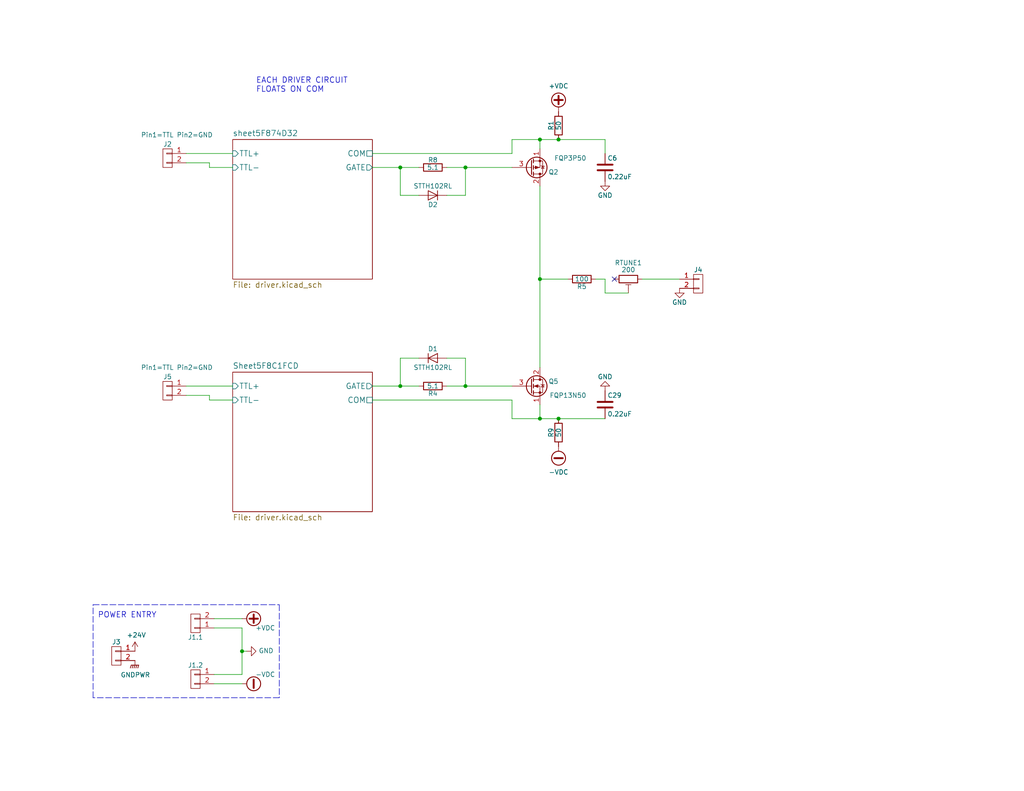
<source format=kicad_sch>
(kicad_sch (version 20211123) (generator eeschema)
  (paper "USLetter")
  (title_block (title "Pulse Generator, 500 V") (date "2022-05-18") (rev "C") (company "University of Wisconsin-Madison") (comment 1 "Department of Chemistry") (comment 2 "Garand Group") (comment 3 "Blaise Thompson") (comment 4 "Adapted from Nathan M. Hoffman"))
  (lib_symbols
    (symbol "HV-pulse-generator-rescue:C" (pin_numbers hide) (pin_names (offset 0.254))
      (property "Reference" "C" (at 0.635 2.54 0))
      (property "Value" "C" (at 0.635 -2.54 0))
      (symbol "C_0_1"
        (polyline (pts (xy -2.032 -0.762) (xy 2.032 -0.762)) (stroke (width 0.508)))
        (polyline (pts (xy -2.032 0.762) (xy 2.032 0.762)) (stroke (width 0.508)))
      )
      (symbol "C_1_1"
        (pin passive line (at 0 3.81 270) (length 2.794) (name "~") (number "1"))
        (pin passive line (at 0 -3.81 90) (length 2.794) (name "~") (number "2"))
      )
    )
    (symbol "HV-pulse-generator-rescue:CONN_01X02" (pin_names (offset 1.016) hide)
      (property "Reference" "P" (at 0 3.81 0))
      (property "Value" "CONN_01X02" (at 2.54 0 90))
      (symbol "CONN_01X02_0_1"
        (rectangle (start -1.27 -1.143) (end 0.254 -1.397))
        (rectangle (start -1.27 1.397) (end 0.254 1.143))
        (rectangle (start -1.27 2.54) (end 1.27 -2.54))
      )
      (symbol "CONN_01X02_1_1"
        (pin passive line (at -5.08 1.27 0) (length 3.81) (name "P1") (number "1"))
        (pin passive line (at -5.08 -1.27 0) (length 3.81) (name "P2") (number "2"))
      )
    )
    (symbol "HV-pulse-generator-rescue:D" (pin_numbers hide) (pin_names (offset 1.016) hide)
      (property "Reference" "D" (at 0 2.54 0))
      (property "Value" "D" (at 0 -2.54 0))
      (symbol "D_0_1"
        (polyline (pts (xy -1.27 1.27) (xy -1.27 -1.27)) (stroke (width 0.2032)))
        (polyline (pts (xy 1.27 0) (xy -1.27 0)))
        (polyline (pts (xy 1.27 1.27) (xy 1.27 -1.27) (xy -1.27 0) (xy 1.27 1.27)) (stroke (width 0.2032)))
      )
      (symbol "D_1_1"
        (pin passive line (at -3.81 0 0) (length 2.54) (name "K") (number "1"))
        (pin passive line (at 3.81 0 180) (length 2.54) (name "A") (number "2"))
      )
    )
    (symbol "HV-pulse-generator-rescue:POT_TRIM" (pin_numbers hide) (pin_names (offset 1.016) hide)
      (property "Reference" "RV" (at -4.445 0 90))
      (property "Value" "POT_TRIM" (at -2.54 0 90))
      (symbol "POT_TRIM_0_1"
        (polyline (pts (xy 1.524 0.762) (xy 1.524 -0.762)))
        (polyline (pts (xy 2.54 0) (xy 1.524 0)))
        (rectangle (start 1.016 2.54) (end -1.016 -2.54) (stroke (width 0.254)))
      )
      (symbol "POT_TRIM_1_1"
        (pin passive line (at 0 3.81 270) (length 1.27) (name "1") (number "1"))
        (pin passive line (at 3.81 0 180) (length 1.27) (name "2") (number "2"))
        (pin passive line (at 0 -3.81 90) (length 1.27) (name "3") (number "3"))
      )
    )
    (symbol "HV-pulse-generator-rescue:Q_NMOS_SDG" (pin_names (offset 0) hide)
      (property "Reference" "Q" (at 5.08 1.27 0))
      (property "Value" "Q_NMOS_SDG" (at 5.08 -1.27 0))
      (symbol "Q_NMOS_SDG_0_1"
        (polyline (pts (xy 0.0508 0) (xy 0.254 0)))
        (polyline (pts (xy 0.762 -1.778) (xy 2.54 -1.778)))
        (polyline (pts (xy 0.762 -1.27) (xy 0.762 -2.286)) (stroke (width 0.254)))
        (polyline (pts (xy 0.762 0) (xy 2.54 0)))
        (polyline (pts (xy 0.762 0.508) (xy 0.762 -0.508)) (stroke (width 0.254)))
        (polyline (pts (xy 0.762 1.778) (xy 2.54 1.778)))
        (polyline (pts (xy 0.762 2.286) (xy 0.762 1.27)) (stroke (width 0.254)))
        (polyline (pts (xy 2.54 -1.778) (xy 2.54 -2.54)))
        (polyline (pts (xy 2.54 -1.778) (xy 2.54 0)))
        (polyline (pts (xy 2.54 2.54) (xy 2.54 1.778)))
        (polyline (pts (xy 0.254 1.905) (xy 0.254 -1.905) (xy 0.254 -1.905)) (stroke (width 0.254)))
        (polyline (pts (xy 1.016 0) (xy 2.032 0.381) (xy 2.032 -0.381) (xy 1.016 0)) (fill (type outline)))
        (polyline (pts (xy 2.54 -1.778) (xy 3.302 -1.778) (xy 3.302 1.778) (xy 2.54 1.778)))
        (polyline (pts (xy 2.794 0.508) (xy 2.921 0.381) (xy 3.683 0.381) (xy 3.81 0.254)))
        (polyline (pts (xy 3.302 0.381) (xy 2.921 -0.254) (xy 3.683 -0.254) (xy 3.302 0.381)))
        (circle (center 1.651 0) (radius 2.8194) (stroke (width 0.254)))
        (circle (center 2.54 -1.778) (radius 0.2794) (fill (type outline)))
        (circle (center 2.54 1.778) (radius 0.2794) (fill (type outline)))
      )
      (symbol "Q_NMOS_SDG_1_1"
        (pin passive line (at 2.54 -5.08 90) (length 2.54) (name "S") (number "1"))
        (pin passive line (at 2.54 5.08 270) (length 2.54) (name "D") (number "2"))
        (pin input line (at -5.08 0 0) (length 5.08) (name "G") (number "3"))
      )
    )
    (symbol "HV-pulse-generator-rescue:Q_PMOS_SDG" (pin_names (offset 0) hide)
      (property "Reference" "Q" (at 5.08 1.27 0))
      (property "Value" "Q_PMOS_SDG" (at 5.08 -1.27 0))
      (symbol "Q_PMOS_SDG_0_1"
        (polyline (pts (xy 0.0508 0) (xy 0.254 0)))
        (polyline (pts (xy 0.762 -1.778) (xy 2.54 -1.778)))
        (polyline (pts (xy 0.762 -1.27) (xy 0.762 -2.286)) (stroke (width 0.254)))
        (polyline (pts (xy 0.762 0) (xy 2.54 0)))
        (polyline (pts (xy 0.762 0.508) (xy 0.762 -0.508)) (stroke (width 0.254)))
        (polyline (pts (xy 0.762 1.778) (xy 2.54 1.778)))
        (polyline (pts (xy 0.762 2.286) (xy 0.762 1.27)) (stroke (width 0.254)))
        (polyline (pts (xy 2.54 -1.778) (xy 2.54 -2.54)))
        (polyline (pts (xy 2.54 -1.778) (xy 2.54 0)))
        (polyline (pts (xy 2.54 2.54) (xy 2.54 1.778)))
        (polyline (pts (xy 0.254 1.905) (xy 0.254 -1.905) (xy 0.254 -1.905)) (stroke (width 0.254)))
        (polyline (pts (xy 2.286 0) (xy 1.27 -0.381) (xy 1.27 0.381) (xy 2.286 0)) (fill (type outline)))
        (polyline (pts (xy 2.54 -1.778) (xy 3.302 -1.778) (xy 3.302 1.778) (xy 2.54 1.778)))
        (polyline (pts (xy 2.794 -0.508) (xy 2.921 -0.381) (xy 3.683 -0.381) (xy 3.81 -0.254)))
        (polyline (pts (xy 3.302 -0.381) (xy 2.921 0.254) (xy 3.683 0.254) (xy 3.302 -0.381)))
        (circle (center 1.651 0) (radius 2.8194) (stroke (width 0.254)))
        (circle (center 2.54 -1.778) (radius 0.2794) (fill (type outline)))
        (circle (center 2.54 1.778) (radius 0.2794) (fill (type outline)))
      )
      (symbol "Q_PMOS_SDG_1_1"
        (pin passive line (at 2.54 -5.08 90) (length 2.54) (name "S") (number "1"))
        (pin passive line (at 2.54 5.08 270) (length 2.54) (name "D") (number "2"))
        (pin input line (at -5.08 0 0) (length 5.08) (name "G") (number "3"))
      )
    )
    (symbol "HV-pulse-generator-rescue:R" (pin_numbers hide) (pin_names (offset 0))
      (property "Reference" "R" (at 2.032 0 90))
      (property "Value" "R" (at 0 0 90))
      (symbol "R_0_1"
        (rectangle (start -1.016 -2.54) (end 1.016 2.54) (stroke (width 0.254)))
      )
      (symbol "R_1_1"
        (pin passive line (at 0 3.81 270) (length 1.27) (name "~") (number "1"))
        (pin passive line (at 0 -3.81 90) (length 1.27) (name "~") (number "2"))
      )
    )
    (symbol "power:+24V" (power) (pin_names (offset 0))
      (property "Value" "+24V" (at 0 3.556 0))
      (symbol "+24V_0_1"
        (polyline (pts (xy -0.762 1.27) (xy 0 2.54)))
        (polyline (pts (xy 0 0) (xy 0 2.54)))
        (polyline (pts (xy 0 2.54) (xy 0.762 1.27)))
      )
      (symbol "+24V_1_1"
        (pin power_in line (at 0 0 90) (length 0) hide (name "+24V") (number "1"))
      )
    )
    (symbol "power:+VDC" (power) (pin_names (offset 0))
      (property "Value" "+VDC" (at 0 6.35 0))
      (symbol "+VDC_0_1"
        (polyline (pts (xy -1.143 3.175) (xy 1.143 3.175)) (stroke (width 0.508)))
        (polyline (pts (xy 0 0) (xy 0 1.27)))
        (polyline (pts (xy 0 2.032) (xy 0 4.318)) (stroke (width 0.508)))
        (circle (center 0 3.175) (radius 1.905) (stroke (width 0.254)))
      )
      (symbol "+VDC_1_1"
        (pin power_in line (at 0 0 90) (length 0) hide (name "+VDC") (number "1"))
      )
    )
    (symbol "power:-VDC" (power) (pin_names (offset 0))
      (property "Value" "-VDC" (at 0 6.35 0))
      (symbol "-VDC_0_1"
        (polyline (pts (xy -1.143 3.175) (xy 1.143 3.175)) (stroke (width 0.508)))
        (polyline (pts (xy 0 0) (xy 0 1.27)))
        (circle (center 0 3.175) (radius 1.905) (stroke (width 0.254)))
      )
      (symbol "-VDC_1_1"
        (pin power_in line (at 0 0 90) (length 0) hide (name "-VDC") (number "1"))
      )
    )
    (symbol "power:GND" (power) (pin_names (offset 0))
      (property "Value" "GND" (at 0 -3.81 0))
      (symbol "GND_0_1"
        (polyline (pts (xy 0 0) (xy 0 -1.27) (xy 1.27 -1.27) (xy 0 -2.54) (xy -1.27 -1.27) (xy 0 -1.27)))
      )
      (symbol "GND_1_1"
        (pin power_in line (at 0 0 270) (length 0) hide (name "GND") (number "1"))
      )
    )
    (symbol "power:GNDPWR" (power) (pin_names (offset 0))
      (property "Value" "GNDPWR" (at 0 -3.302 0))
      (symbol "GNDPWR_0_1"
        (polyline (pts (xy 0 -1.27) (xy 0 0)))
        (polyline (pts (xy -1.016 -1.27) (xy -1.27 -2.032) (xy -1.27 -2.032)) (stroke (width 0.2032)))
        (polyline (pts (xy -0.508 -1.27) (xy -0.762 -2.032) (xy -0.762 -2.032)) (stroke (width 0.2032)))
        (polyline (pts (xy 0 -1.27) (xy -0.254 -2.032) (xy -0.254 -2.032)) (stroke (width 0.2032)))
        (polyline (pts (xy 0.508 -1.27) (xy 0.254 -2.032) (xy 0.254 -2.032)) (stroke (width 0.2032)))
        (polyline (pts (xy 1.016 -1.27) (xy -1.016 -1.27) (xy -1.016 -1.27)) (stroke (width 0.2032)))
        (polyline (pts (xy 1.016 -1.27) (xy 0.762 -2.032) (xy 0.762 -2.032) (xy 0.762 -2.032)) (stroke (width 0.2032)))
      )
      (symbol "GNDPWR_1_1"
        (pin power_in line (at 0 0 270) (length 0) hide (name "GNDPWR") (number "1"))
      )
    )
  )
  (junction (at 109.22 105.41))
  (junction (at 147.32 38.1))
  (junction (at 152.4 114.3))
  (junction (at 127 105.41))
  (junction (at 127 45.72))
  (junction (at 147.32 114.3))
  (junction (at 152.4 38.1))
  (junction (at 66.04 177.8))
  (junction (at 109.22 45.72))
  (junction (at 147.32 76.2))
  (no_connect (at 167.64 76.2))
  (wire (pts (xy 67.31 177.8) (xy 66.04 177.8)))
  (wire (pts (xy 109.22 97.79) (xy 109.22 105.41)))
  (wire (pts (xy 50.8 41.91) (xy 63.5 41.91)))
  (polyline (pts (xy 25.4 190.5) (xy 25.4 165.1)))
  (wire (pts (xy 50.8 107.95) (xy 57.15 107.95)))
  (wire (pts (xy 127 105.41) (xy 127 97.79)))
  (wire (pts (xy 147.32 110.49) (xy 147.32 114.3)))
  (wire (pts (xy 152.4 114.3) (xy 165.1 114.3)))
  (polyline (pts (xy 25.4 165.1) (xy 76.2 165.1)))
  (wire (pts (xy 57.15 44.45) (xy 57.15 45.72)))
  (wire (pts (xy 147.32 76.2) (xy 147.32 50.8)))
  (wire (pts (xy 57.15 109.22) (xy 63.5 109.22)))
  (polyline (pts (xy 76.2 190.5) (xy 25.4 190.5)))
  (wire (pts (xy 127 97.79) (xy 121.92 97.79)))
  (wire (pts (xy 109.22 105.41) (xy 114.3 105.41)))
  (wire (pts (xy 139.7 109.22) (xy 101.6 109.22)))
  (wire (pts (xy 114.3 97.79) (xy 109.22 97.79)))
  (wire (pts (xy 147.32 40.64) (xy 147.32 38.1)))
  (wire (pts (xy 147.32 100.33) (xy 147.32 76.2)))
  (wire (pts (xy 127 45.72) (xy 127 53.34)))
  (wire (pts (xy 66.04 186.69) (xy 58.42 186.69)))
  (wire (pts (xy 57.15 107.95) (xy 57.15 109.22)))
  (wire (pts (xy 139.7 41.91) (xy 139.7 38.1)))
  (wire (pts (xy 66.04 184.15) (xy 66.04 177.8)))
  (wire (pts (xy 147.32 114.3) (xy 152.4 114.3)))
  (wire (pts (xy 121.92 45.72) (xy 127 45.72)))
  (polyline (pts (xy 76.2 165.1) (xy 76.2 190.5)))
  (wire (pts (xy 50.8 44.45) (xy 57.15 44.45)))
  (wire (pts (xy 109.22 53.34) (xy 109.22 45.72)))
  (wire (pts (xy 101.6 41.91) (xy 139.7 41.91)))
  (wire (pts (xy 66.04 171.45) (xy 58.42 171.45)))
  (wire (pts (xy 165.1 38.1) (xy 165.1 41.91)))
  (wire (pts (xy 101.6 105.41) (xy 109.22 105.41)))
  (wire (pts (xy 127 45.72) (xy 139.7 45.72)))
  (wire (pts (xy 139.7 109.22) (xy 139.7 114.3)))
  (wire (pts (xy 139.7 114.3) (xy 147.32 114.3)))
  (wire (pts (xy 175.26 76.2) (xy 185.42 76.2)))
  (wire (pts (xy 109.22 53.34) (xy 114.3 53.34)))
  (wire (pts (xy 58.42 184.15) (xy 66.04 184.15)))
  (wire (pts (xy 165.1 80.01) (xy 171.45 80.01)))
  (wire (pts (xy 147.32 38.1) (xy 152.4 38.1)))
  (wire (pts (xy 101.6 45.72) (xy 109.22 45.72)))
  (wire (pts (xy 139.7 38.1) (xy 147.32 38.1)))
  (wire (pts (xy 162.56 76.2) (xy 165.1 76.2)))
  (wire (pts (xy 57.15 45.72) (xy 63.5 45.72)))
  (wire (pts (xy 121.92 105.41) (xy 127 105.41)))
  (wire (pts (xy 152.4 38.1) (xy 165.1 38.1)))
  (wire (pts (xy 66.04 177.8) (xy 66.04 171.45)))
  (wire (pts (xy 127 105.41) (xy 139.7 105.41)))
  (wire (pts (xy 154.94 76.2) (xy 147.32 76.2)))
  (wire (pts (xy 66.04 168.91) (xy 58.42 168.91)))
  (wire (pts (xy 165.1 76.2) (xy 165.1 80.01)))
  (wire (pts (xy 121.92 53.34) (xy 127 53.34)))
  (wire (pts (xy 50.8 105.41) (xy 63.5 105.41)))
  (wire (pts (xy 109.22 45.72) (xy 114.3 45.72)))
  (text "POWER ENTRY" (at 26.67 168.91 0) (effects (font (size 1.524 1.524)) (justify left bottom)))
  (text "EACH DRIVER CIRCUIT\nFLOATS ON COM" (at 69.85 25.4 0) (effects (font (size 1.524 1.524)) (justify left bottom)))
  (symbol (lib_id "HV-pulse-generator-rescue:Q_PMOS_SDG") (at 144.78 45.72 0) (mirror x) (unit 1)
    (property "Reference" "Q2" (at 152.4 46.99 0) (effects (justify right)))
    (property "Value" "FQP3P50" (at 160.02 43.18 0) (effects (justify right)))
    (property "Footprint" "hvhf:FQP3P20" (effects hide))
  )
  (symbol (lib_id "HV-pulse-generator-rescue:Q_NMOS_SDG") (at 144.78 105.41 0) (unit 1)
    (property "Reference" "Q5" (at 152.4 104.14 0) (effects (justify right)))
    (property "Value" "FQP13N50" (at 160.02 107.95 0) (effects (justify right)))
    (property "Footprint" "hvhf:FQP4N20L" (effects hide))
  )
  (symbol (lib_id "HV-pulse-generator-rescue:CONN_01X02") (at 45.72 43.18 0) (mirror y) (unit 1)
    (property "Reference" "J2" (at 45.72 39.37 0))
    (property "Value" "Pin1=TTL Pin2=GND" (at 48.26 36.83 0))
    (property "Footprint" "Connector_PinHeader_2.54mm:PinHeader_1x02_P2.54mm_Vertical" (effects hide))
  )
  (symbol (lib_id "HV-pulse-generator-rescue:CONN_01X02") (at 31.75 179.07 0) (mirror y) (unit 1)
    (property "Reference" "J3" (at 31.75 175.26 0))
    (property "Value" "Pin1=24V Pin2=GND" (effects hide))
    (property "Footprint" "Connector_PinHeader_2.54mm:PinHeader_1x02_P2.54mm_Vertical" (effects hide))
  )
  (symbol (lib_id "HV-pulse-generator-rescue:CONN_01X02") (at 45.72 106.68 0) (mirror y) (unit 1)
    (property "Reference" "J5" (at 45.72 102.87 0))
    (property "Value" "Pin1=TTL Pin2=GND" (at 48.26 100.33 0))
    (property "Footprint" "Connector_PinHeader_2.54mm:PinHeader_1x02_P2.54mm_Vertical" (effects hide))
  )
  (symbol (lib_id "HV-pulse-generator-rescue:R") (at 158.75 76.2 270) (unit 1)
    (property "Reference" "R5" (at 158.75 78.232 90))
    (property "Value" "100" (at 158.75 76.2 90))
    (property "Footprint" "hvhf:Resistor_TO-220_Vertical" (effects hide))
  )
  (symbol (lib_id "HV-pulse-generator-rescue:C") (at 165.1 110.49 0) (unit 1)
    (property "Reference" "C29" (at 165.735 107.95 0) (effects (justify left)))
    (property "Value" "0.22uF" (at 165.735 113.03 0) (effects (justify left)))
    (property "Footprint" "hvhf:ECW-FA2J(10-68)4J" (effects hide))
  )
  (symbol (lib_id "HV-pulse-generator-rescue:C") (at 165.1 45.72 0) (unit 1)
    (property "Reference" "C6" (at 165.735 43.18 0) (effects (justify left)))
    (property "Value" "0.22uF" (at 165.735 48.26 0) (effects (justify left)))
    (property "Footprint" "hvhf:ECW-FA2J(10-68)4J" (effects hide))
  )
  (symbol (lib_id "HV-pulse-generator-rescue:R") (at 152.4 34.29 180) (unit 1)
    (property "Reference" "R1" (at 150.368 34.29 90))
    (property "Value" "50" (at 152.4 34.29 90))
    (property "Footprint" "hvhf:Resistor_TO-220_Vertical" (effects hide))
  )
  (symbol (lib_id "HV-pulse-generator-rescue:R") (at 152.4 118.11 180) (unit 1)
    (property "Reference" "R9" (at 150.368 118.11 90))
    (property "Value" "50" (at 152.4 118.11 90))
    (property "Footprint" "hvhf:Resistor_TO-220_Vertical" (effects hide))
  )
  (symbol (lib_id "HV-pulse-generator-rescue:CONN_01X02") (at 190.5 77.47 0) (unit 1)
    (property "Reference" "J4" (at 190.5 73.66 0))
    (property "Value" "CONN_01X02" (effects hide))
    (property "Footprint" "Connector_PinHeader_2.54mm:PinHeader_1x02_P2.54mm_Vertical" (effects hide))
  )
  (symbol (lib_id "power:GND") (at 185.42 78.74 0) (unit 1)
    (property "Reference" "#PWR04" (effects hide))
    (property "Value" "GND" (at 185.42 82.55 0))
  )
  (symbol (lib_id "HV-pulse-generator-rescue:POT_TRIM") (at 171.45 76.2 90) (mirror x) (unit 1)
    (property "Reference" "RTUNE1" (at 171.45 71.755 90))
    (property "Value" "200" (at 171.45 73.66 90))
    (property "Footprint" "Potentiometer_THT:Potentiometer_Bourns_3296W_Vertical" (effects hide))
  )
  (symbol (lib_id "power:+24V") (at 36.83 177.8 0) (unit 1)
    (property "Reference" "#PWR07" (effects hide))
    (property "Value" "+24V" (at 37.211 173.4058 0))
  )
  (symbol (lib_id "power:GNDPWR") (at 36.83 180.34 0) (unit 1)
    (property "Reference" "#PWR09" (effects hide))
    (property "Value" "GNDPWR" (at 36.9316 184.2516 0))
  )
  (symbol (lib_id "HV-pulse-generator-rescue:R") (at 118.11 45.72 90) (unit 1)
    (property "Reference" "R8" (at 118.11 43.688 90))
    (property "Value" "5.1" (at 118.11 45.72 90))
    (property "Footprint" "hvhf:Resistor_Horizontal_RM15mm" (effects hide))
  )
  (symbol (lib_id "HV-pulse-generator-rescue:D") (at 118.11 53.34 180) (unit 1)
    (property "Reference" "D2" (at 118.11 55.88 0))
    (property "Value" "STTH102RL" (at 118.11 50.8 0))
    (property "Footprint" "hvhf:Diode_DO-41_SOD81_Horizontal_RM10" (effects hide))
  )
  (symbol (lib_id "HV-pulse-generator-rescue:R") (at 118.11 105.41 270) (unit 1)
    (property "Reference" "R4" (at 118.11 107.442 90))
    (property "Value" "5.1" (at 118.11 105.41 90))
    (property "Footprint" "hvhf:Resistor_Horizontal_RM15mm" (effects hide))
  )
  (symbol (lib_id "HV-pulse-generator-rescue:D") (at 118.11 97.79 0) (unit 1)
    (property "Reference" "D1" (at 118.11 95.25 0))
    (property "Value" "STTH102RL" (at 118.11 100.33 0))
    (property "Footprint" "hvhf:Diode_DO-41_SOD81_Horizontal_RM10" (effects hide))
  )
  (symbol (lib_id "HV-pulse-generator-rescue:CONN_01X02") (at 53.34 170.18 180) (unit 1)
    (property "Reference" "J1.1" (at 53.34 173.99 0))
    (property "Value" "Pin1=24V Pin2=GND" (effects hide))
    (property "Footprint" "Connector_PinHeader_2.54mm:PinHeader_1x02_P2.54mm_Vertical" (effects hide))
  )
  (symbol (lib_id "HV-pulse-generator-rescue:CONN_01X02") (at 53.34 185.42 0) (mirror y) (unit 1)
    (property "Reference" "J1.2" (at 53.34 181.61 0))
    (property "Value" "Pin1=24V Pin2=GND" (effects hide))
    (property "Footprint" "Connector_PinHeader_2.54mm:PinHeader_1x02_P2.54mm_Vertical" (effects hide))
  )
  (symbol (lib_id "power:-VDC") (at 66.04 186.69 270) (mirror x) (unit 1)
    (property "Reference" "#PWR010" (effects hide))
    (property "Value" "-VDC" (at 72.39 184.15 90))
  )
  (symbol (lib_id "power:+VDC") (at 66.04 168.91 270) (mirror x) (unit 1)
    (property "Reference" "#PWR06" (effects hide))
    (property "Value" "+VDC" (at 72.39 171.45 90))
  )
  (symbol (lib_id "power:GND") (at 67.31 177.8 90) (unit 1)
    (property "Reference" "#PWR08" (effects hide))
    (property "Value" "GND" (at 70.5612 177.673 90) (effects (justify right)))
  )
  (symbol (lib_id "power:-VDC") (at 152.4 121.92 180) (unit 1)
    (property "Reference" "#PWR05" (effects hide))
    (property "Value" "-VDC" (at 152.4 128.905 0))
  )
  (symbol (lib_id "power:+VDC") (at 152.4 30.48 0) (unit 1)
    (property "Reference" "#PWR01" (effects hide))
    (property "Value" "+VDC" (at 152.4 23.495 0))
  )
  (symbol (lib_id "power:GND") (at 165.1 49.53 0) (unit 1)
    (property "Reference" "#PWR02" (effects hide))
    (property "Value" "GND" (at 165.1 53.34 0))
  )
  (symbol (lib_id "power:GND") (at 165.1 106.68 180) (unit 1)
    (property "Reference" "#PWR03" (effects hide))
    (property "Value" "GND" (at 165.1 102.87 0))
  )
  (sheet (at 63.5 38.1) (size 38.1 38.1)
    (property "Sheet name" "sheet5F874D32" (at 63.5 37.2614 0) (effects (font (size 1.524 1.524)) (justify left bottom)))
    (property "Sheet file" "driver.kicad_sch" (at 63.5 76.8862 0) (effects (font (size 1.524 1.524)) (justify left top)))
    (pin "TTL+" input (at 63.5 41.91 180) (effects (font (size 1.524 1.524))))
    (pin "TTL-" input (at 63.5 45.72 180) (effects (font (size 1.524 1.524))))
    (pin "GATE" output (at 101.6 45.72 0) (effects (font (size 1.524 1.524))))
    (pin "COM" passive (at 101.6 41.91 0) (effects (font (size 1.524 1.524))))
  )
  (sheet (at 63.5 101.6) (size 38.1 38.1)
    (property "Sheet name" "Sheet5F8C1FCD" (at 63.5 100.7614 0) (effects (font (size 1.524 1.524)) (justify left bottom)))
    (property "Sheet file" "driver.kicad_sch" (at 63.5 140.3862 0) (effects (font (size 1.524 1.524)) (justify left top)))
    (pin "TTL+" input (at 63.5 105.41 180) (effects (font (size 1.524 1.524))))
    (pin "TTL-" input (at 63.5 109.22 180) (effects (font (size 1.524 1.524))))
    (pin "GATE" output (at 101.6 105.41 0) (effects (font (size 1.524 1.524))))
    (pin "COM" passive (at 101.6 109.22 0) (effects (font (size 1.524 1.524))))
  )
)
</source>
